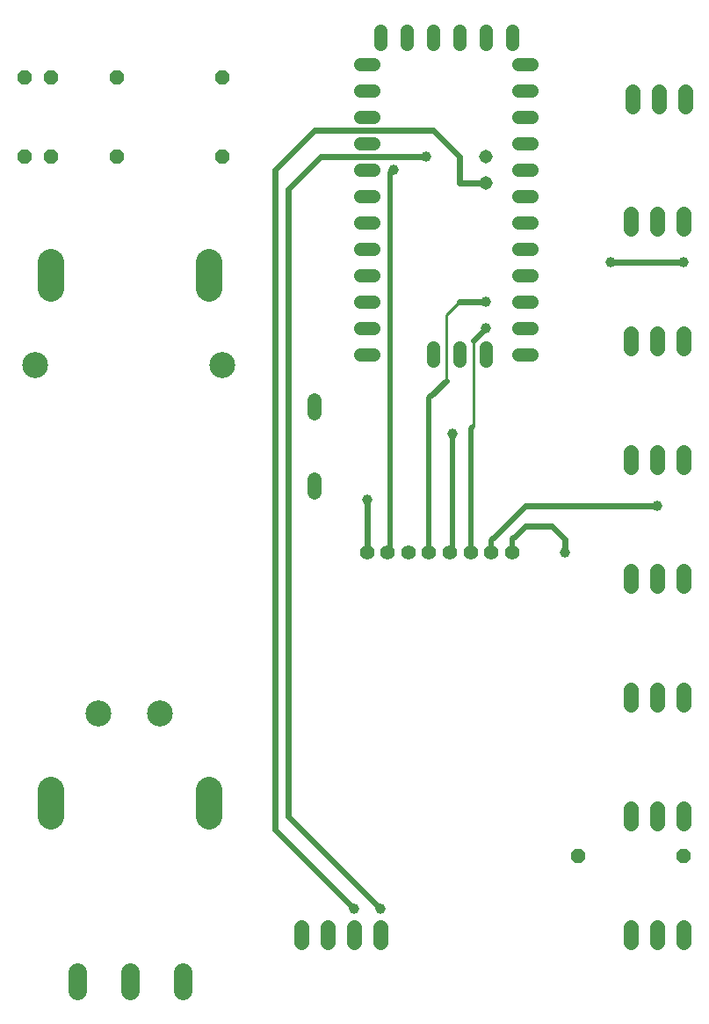
<source format=gbr>
G04 EAGLE Gerber RS-274X export*
G75*
%MOMM*%
%FSLAX34Y34*%
%LPD*%
%INTop Copper*%
%IPPOS*%
%AMOC8*
5,1,8,0,0,1.08239X$1,22.5*%
G01*
%ADD10C,2.540000*%
%ADD11C,1.422400*%
%ADD12P,1.429621X8X202.500000*%
%ADD13P,1.429621X8X22.500000*%
%ADD14C,1.320800*%
%ADD15C,1.308000*%
%ADD16C,1.308000*%
%ADD17R,1.308000X1.308000*%
%ADD18C,1.790700*%
%ADD19C,1.422400*%
%ADD20C,1.000000*%
%ADD21C,0.609600*%
%ADD22C,0.508000*%
%ADD23C,2.500000*%
%ADD24C,0.254000*%


D10*
X101600Y190500D02*
X101600Y215900D01*
X254000Y215900D02*
X254000Y190500D01*
X254000Y698500D02*
X254000Y723900D01*
X101600Y723900D02*
X101600Y698500D01*
D11*
X662305Y873633D02*
X662305Y887857D01*
X687705Y887857D02*
X687705Y873633D01*
X713105Y873633D02*
X713105Y887857D01*
X660400Y769747D02*
X660400Y755523D01*
X685800Y755523D02*
X685800Y769747D01*
X711200Y769747D02*
X711200Y755523D01*
X660400Y654812D02*
X660400Y640588D01*
X685800Y640588D02*
X685800Y654812D01*
X711200Y654812D02*
X711200Y640588D01*
X660400Y540512D02*
X660400Y526288D01*
X685800Y526288D02*
X685800Y540512D01*
X711200Y540512D02*
X711200Y526288D01*
X660400Y426212D02*
X660400Y411988D01*
X685800Y411988D02*
X685800Y426212D01*
X711200Y426212D02*
X711200Y411988D01*
X660400Y311912D02*
X660400Y297688D01*
X685800Y297688D02*
X685800Y311912D01*
X711200Y311912D02*
X711200Y297688D01*
X660400Y197612D02*
X660400Y183388D01*
X685800Y183388D02*
X685800Y197612D01*
X711200Y197612D02*
X711200Y183388D01*
X660400Y83312D02*
X660400Y69088D01*
X685800Y69088D02*
X685800Y83312D01*
X711200Y83312D02*
X711200Y69088D01*
X342900Y69088D02*
X342900Y83312D01*
X368300Y83312D02*
X368300Y69088D01*
X393700Y69088D02*
X393700Y83312D01*
X419100Y83312D02*
X419100Y69088D01*
D12*
X101600Y901700D03*
X76200Y901700D03*
X101600Y825500D03*
X76200Y825500D03*
D13*
X165100Y901700D03*
X266700Y901700D03*
X165100Y825500D03*
X266700Y825500D03*
X609600Y152400D03*
X711200Y152400D03*
D14*
X355600Y501396D02*
X355600Y514604D01*
X355600Y577596D02*
X355600Y590804D01*
D15*
X419100Y933260D02*
X419100Y946340D01*
X444500Y946340D02*
X444500Y933260D01*
X469900Y933260D02*
X469900Y946340D01*
X495300Y946340D02*
X495300Y933260D01*
X520700Y933260D02*
X520700Y946340D01*
X546100Y946340D02*
X546100Y933260D01*
X412940Y914400D02*
X399860Y914400D01*
X399860Y889000D02*
X412940Y889000D01*
X412940Y863600D02*
X399860Y863600D01*
X399860Y838200D02*
X412940Y838200D01*
X412940Y812800D02*
X399860Y812800D01*
X399860Y787400D02*
X412940Y787400D01*
X412940Y762000D02*
X399860Y762000D01*
X399860Y736600D02*
X412940Y736600D01*
X412940Y711200D02*
X399860Y711200D01*
X399860Y685800D02*
X412940Y685800D01*
X412940Y660400D02*
X399860Y660400D01*
X399860Y635000D02*
X412940Y635000D01*
X552260Y914400D02*
X565340Y914400D01*
X565340Y889000D02*
X552260Y889000D01*
X552260Y863600D02*
X565340Y863600D01*
X565340Y838200D02*
X552260Y838200D01*
X552260Y812800D02*
X565340Y812800D01*
X565340Y787400D02*
X552260Y787400D01*
X552260Y762000D02*
X565340Y762000D01*
X565340Y736600D02*
X552260Y736600D01*
X552260Y711200D02*
X565340Y711200D01*
X565340Y685800D02*
X552260Y685800D01*
X552260Y660400D02*
X565340Y660400D01*
X565340Y635000D02*
X552260Y635000D01*
X520700Y641540D02*
X520700Y628460D01*
X495300Y628460D02*
X495300Y641540D01*
X469900Y641540D02*
X469900Y628460D01*
D16*
X520700Y825500D03*
X520700Y800100D03*
D17*
X207100Y288700D03*
X148100Y288700D03*
X87100Y624700D03*
X267100Y624700D03*
D18*
X127000Y40704D02*
X127000Y22797D01*
X177800Y22797D02*
X177800Y40704D01*
X228600Y40704D02*
X228600Y22797D01*
D19*
X546250Y444500D03*
X526250Y444500D03*
X506250Y444500D03*
X486250Y444500D03*
X466250Y444500D03*
X446250Y444500D03*
X426250Y444500D03*
X406250Y444500D03*
D20*
X596900Y444500D03*
D21*
X558800Y469900D02*
X548700Y459800D01*
X558800Y469900D02*
X584200Y469900D01*
X596900Y457200D01*
X596900Y444500D01*
D22*
X546250Y444500D02*
X546250Y457350D01*
X548700Y459800D01*
D21*
X528700Y458850D02*
X558800Y488950D01*
D20*
X685800Y488950D03*
D21*
X558800Y488950D01*
D22*
X528700Y458850D02*
X526250Y456400D01*
X526250Y444500D01*
D20*
X641350Y723900D03*
D21*
X711200Y723900D01*
D20*
X711200Y723900D03*
X393700Y101600D03*
D21*
X317500Y177800D01*
X317500Y812800D01*
X355600Y850900D01*
X463550Y850900D01*
X469900Y850900D01*
X495300Y825500D01*
X495300Y800100D01*
X520700Y800100D01*
D23*
X147955Y288925D03*
X207010Y288925D03*
X86995Y624840D03*
X267335Y624840D03*
D20*
X419100Y101600D03*
D21*
X330200Y190500D01*
X330200Y793750D02*
X361950Y825500D01*
X463550Y825500D01*
X330200Y793750D02*
X330200Y190500D01*
D20*
X463550Y825500D03*
D21*
X431800Y812800D02*
X428700Y809700D01*
D20*
X431800Y812800D03*
D22*
X428700Y446950D02*
X426250Y444500D01*
X428700Y446950D02*
X428700Y809700D01*
D21*
X406400Y495300D02*
X406400Y443800D01*
D20*
X406400Y495300D03*
D22*
X406400Y444650D02*
X406250Y444500D01*
X406400Y444650D02*
X406400Y495300D01*
D21*
X508700Y648400D02*
X520700Y660400D01*
D20*
X520700Y660400D03*
D22*
X506250Y563400D02*
X506250Y444500D01*
X506250Y563400D02*
X508000Y565150D01*
D24*
X508700Y565850D01*
X508700Y648400D01*
D21*
X482600Y609600D02*
X468700Y595700D01*
X495300Y685800D02*
X520700Y685800D01*
D20*
X520700Y685800D03*
D22*
X468700Y595700D02*
X466250Y593250D01*
X466250Y444500D01*
D24*
X482600Y673100D02*
X495300Y685800D01*
X482600Y673100D02*
X482600Y609600D01*
D21*
X488950Y558800D02*
X488700Y558550D01*
D20*
X488950Y558800D03*
D22*
X488950Y447200D01*
X486250Y444500D01*
M02*

</source>
